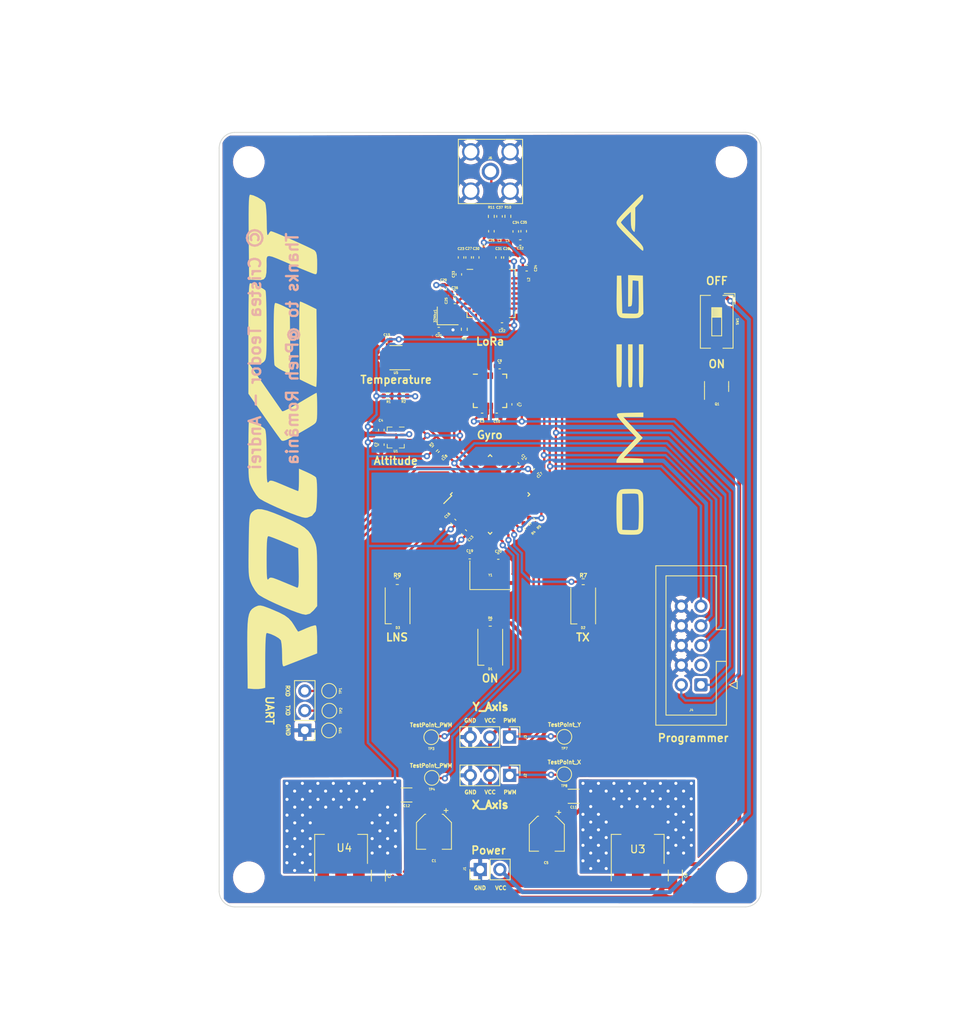
<source format=kicad_pcb>
(kicad_pcb (version 20211014) (generator pcbnew)
  (layers (0 "F.Cu" signal) (31 "B.Cu" signal) (34 "B.Paste" user) (35 "F.Paste" user) (36 "B.SilkS" user "B.Silkscreen") (37 "F.SilkS" user "F.Silkscreen") (38 "B.Mask" user) (39 "F.Mask" user) (44 "Edge.Cuts" user))
  (net 0 "")
  (net 1 "GND")
  (net 2 "/SDA")
  (net 3 "/SCL")
  (net 4 "Net-(D3-Pad2)")
  (net 5 "/ChipSelect")
  (net 6 "+5V")
  (net 7 "+3V3")
  (net 8 "/CLK")
  (net 9 "/LED_R")
  (net 10 "/LED_G")
  (net 11 "/RFI_HF")
  (net 12 "/MOSI")
  (net 13 "/MISO")
  (net 14 "/XTB")
  (net 15 "/XTA")
  (net 16 "/VR_ANA")
  (net 17 "/VR_DIG")
  (net 18 "/VR_PA")
  (net 19 "/RFO_HF")
  (net 20 "/PWM_X")
  (net 21 "/PWM_Y")
  (net 22 "/Reset")
  (net 23 "Net-(C6-Pad1)")
  (net 24 "Net-(32Mhz1-Pad1)")
  (net 25 "Net-(J1-Pad2)")
  (net 26 "Net-(C9-Pad1)")
  (net 27 "Net-(C10-Pad1)")
  (net 28 "Net-(C14-Pad2)")
  (net 29 "Net-(C19-Pad1)")
  (net 30 "Net-(C20-Pad1)")
  (net 31 "Net-(J6-Pad1)")
  (net 32 "Net-(D2-Pad2)")
  (net 33 "Net-(C26-Pad1)")
  (net 34 "Net-(C32-Pad1)")
  (net 35 "Net-(C34-Pad1)")
  (net 36 "Net-(C37-Pad1)")
  (net 39 "/TXD")
  (net 40 "/RXD")
  (net 46 "Net-(R5-Pad1)")
  (net 59 "Net-(D1-Pad2)")
  (net 60 "Net-(Q1-Pad3)")
  (net 61 "Net-(C37-Pad2)")
  (net 62 "Net-(R4-Pad1)")
  (net 63 "/PWM 1")
  (net 64 "/PWM 2")
  (footprint "Capacitor_SMD:C_0402_1005Metric" (layer "F.Cu") (at 129.17 102.63 -45)
    (fp_text reference "C14")
    (fp_text value "100nF")
  )
  (footprint "Capacitor_SMD:C_1206_3216Metric" (layer "F.Cu") (at 110.82 156.17 -90)
    (fp_text reference "C8")
    (fp_text value "10uF")
  )
  (footprint "Capacitor_SMD:C_0402_1005Metric" (layer "F.Cu") (at 123.46 76.35 -90)
    (fp_text reference "C30")
    (fp_text value "47pF")
  )
  (footprint "TestPoint:TestPoint_Pad_D1.5mm" (layer "F.Cu") (at 104.48 134.87 -90)
    (fp_text reference "TP2")
    (fp_text value "TestPoint")
  )
  (footprint "Capacitor_SMD:C_0402_1005Metric" (layer "F.Cu") (at 122.62 114.91)
    (fp_text reference "C19")
    (fp_text value "22pF")
  )
  (footprint "Capacitor_SMD:C_0402_1005Metric" (layer "F.Cu") (at 128.43 95.32 -90)
    (fp_text reference "C7")
    (fp_text value "0.1uF")
  )
  (footprint "Resistor_SMD:R_0402_1005Metric" (layer "F.Cu") (at 114.03 94.23 180)
    (fp_text reference "R2")
    (fp_text value "2.2k")
  )
  (footprint "Package_TO_SOT_SMD:SOT-223-3_TabPin2" (layer "F.Cu") (at 144.32 152.75 90)
    (fp_text reference "U3")
    (fp_text value "LM1117-5.0")
  )
  (footprint "MountingHole:MountingHole_3.5mm" (layer "F.Cu") (at 94.08 64.02)
    (fp_text reference "H4" hide)
    (fp_text value "MountingHole")
  )
  (footprint "Capacitor_SMD:C_0402_1005Metric" (layer "F.Cu") (at 129.595 72.965 -90)
    (fp_text reference "C35")
    (fp_text value "1.8pF")
  )
  (footprint "Capacitor_SMD:C_0402_1005Metric" (layer "F.Cu") (at 128.57 72.99 -90)
    (fp_text reference "C34")
    (fp_text value "1.2pF")
  )
  (footprint "TestPoint:TestPoint_Pad_D1.5mm" (layer "F.Cu") (at 104.45 132.3 -90)
    (fp_text reference "TP1")
    (fp_text value "TestPoint")
  )
  (footprint "Crystal:Crystal_SMD_5032-4Pin_5.0x3.2mm" (layer "F.Cu") (at 125.29 117.38)
    (fp_text reference "Y1")
    (fp_text value "8Mhz")
  )
  (footprint "Capacitor_SMD:C_0402_1005Metric" (layer "F.Cu") (at 126.79 85.14)
    (fp_text reference "C22")
    (fp_text value "100nF")
  )
  (footprint "TestPoint:TestPoint_Pad_D1.5mm" (layer "F.Cu") (at 117.65 138.29 180)
    (fp_text reference "TP3")
    (fp_text value "TestPoint")
  )
  (footprint "Capacitor_SMD:C_0402_1005Metric" (layer "F.Cu") (at 122.48 76.35 -90)
    (fp_text reference "C27")
    (fp_text value "47pF")
  )
  (footprint "Capacitor_SMD:C_0402_1005Metric" (layer "F.Cu") (at 111.91 87.01 180)
    (fp_text reference "C15")
    (fp_text value "0.01uF")
  )
  (footprint "Connector_PinHeader_2.54mm:PinHeader_1x02_P2.54mm_Vertical" (layer "F.Cu") (at 123.975 155.37 90)
    (fp_text reference "J1")
    (fp_text value "Conn_01x02_Male")
  )
  (footprint "Sensor_Motion:InvenSense_QFN-24_4x4mm_P0.5mm" (layer "F.Cu") (at 125.24 93.57)
    (fp_text reference "U2" hide)
    (fp_text value "MPU-6050")
  )
  (footprint "TestPoint:TestPoint_Pad_D1.5mm" (layer "F.Cu") (at 104.44 137.42)
    (fp_text reference "TP5")
    (fp_text value "TestPoint")
  )
  (footprint "Capacitor_SMD:C_0402_1005Metric" (layer "F.Cu") (at 129.15 74.43)
    (fp_text reference "C32")
    (fp_text value "4.7pF")
  )
  (footprint "AVA_Logo:AVA_Logo" (layer "F.Cu") (at 143.43 90 90)
    (fp_text reference "G***" hide)
    (fp_text value "LOGO" hide)
  )
  (footprint "Capacitor_SMD:C_0402_1005Metric" (layer "F.Cu") (at 111.2 98.63 90)
    (fp_text reference "C4")
    (fp_text value "100nF")
  )
  (footprint "MountingHole:MountingHole_3.5mm" (layer "F.Cu") (at 156.45 156.36)
    (fp_text reference "H2" hide)
    (fp_text value "MountingHole")
  )
  (footprint "Capacitor_SMD:C_0402_1005Metric" (layer "F.Cu") (at 111.2 100.52 90)
    (fp_text reference "C2")
    (fp_text value "100nF")
  )
  (footprint "Resistor_SMD:R_0402_1005Metric" (layer "F.Cu") (at 125.27 123.575)
    (fp_text reference "R6")
    (fp_text value "200R")
  )
  (footprint "Capacitor_SMD:CP_Elec_4x5.4" (layer "F.Cu") (at 132.58 150.75 -90)
    (fp_text reference "C5")
    (fp_text value "1uF")
  )
  (footprint "Resistor_SMD:R_0402_1005Metric" (layer "F.Cu") (at 130.71 110.38 -45)
    (fp_text reference "R5")
    (fp_text value "510R")
  )
  (footprint "Package_DFN_QFN:QFN-28-1EP_6x6mm_P0.65mm_EP4.8x4.8mm" (layer "F.Cu") (at 125.38 81)
    (fp_text reference "U7" hide)
    (fp_text value "SX1276")
  )
  (footprint "Connector_Coaxial:SMA_Amphenol_132203-12_Horizontal" (layer "F.Cu") (at 125.3 65.25)
    (fp_text reference "J6")
    (fp_text value "Conn_Coaxial")
  )
  (footprint "MountingHole:MountingHole_3.5mm" (layer "F.Cu") (at 156.43 64.02)
    (fp_text reference "H3" hide)
    (fp_text value "MountingHole")
  )
  (footprint "Capacitor_SMD:C_0402_1005Metric" (layer "F.Cu") (at 121.5 76.35 -90)
    (fp_text reference "C23")
    (fp_text value "10nF")
  )
  (footprint "Package_TO_SOT_SMD:SOT-223-3_TabPin2" (layer "F.Cu") (at 106 152.75 90)
    (fp_text reference "U4")
    (fp_text value "LM1117-3.3")
  )
  (footprint "Capacitor_SMD:C_0402_1005Metric" (layer "F.Cu") (at 126.11 96.81)
    (fp_text reference "C10")
    (fp_text value "0.1uF")
  )
  (footprint "Crystal:Crystal_SMD_2016-4Pin_2.0x1.6mm" (layer "F.Cu") (at 119.78 83.89)
    (fp_text reference "32Mhz1")
    (fp_text value "Crystal_GND24")
  )
  (footprint "Capacitor_SMD:C_0402_1005Metric" (layer "F.Cu") (at 120.7 81.96)
    (fp_text reference "C25")
    (fp_text value "15pF")
  )
  (footprint "Capacitor_SMD:C_0402_1005Metric" (layer "F.Cu") (at 131.18 103.95 45)
    (fp_text reference "C17")
    (fp_text value "100nF")
  )
  (footprint "Capacitor_SMD:C_1206_3216Metric" (layer "F.Cu") (at 136.04 145.92 180)
    (fp_text reference "C11")
    (fp_text value "10uF")
  )
  (footprint "Resistor_SMD:R_0402_1005Metric" (layer "F.Cu") (at 127.55 71.035 -90)
    (fp_text reference "R10")
    (fp_text value "0R")
  )
  (footprint "Capacitor_SMD:CP_Elec_4x5.4" (layer "F.Cu") (at 118 150.5 -90)
    (fp_text reference "C1")
    (fp_text value "1uF")
  )
  (footprint "Capacitor_SMD:C_0402_1005Metric" (layer "F.Cu") (at 118.87 101.71 -135)
    (fp_text reference "C18")
    (fp_text value "0.01uF")
  )
  (footprint "MountingHole:MountingHole_3.5mm" (layer "F.Cu") (at 94.08 156.37)
    (fp_text reference "H1" hide)
    (fp_text value "MountingHole")
  )
  (footprint "TestPoint:TestPoint_Pad_D1.5mm" (layer "F.Cu") (at 134.83 143.08 90)
    (fp_text reference "TP8")
    (fp_text value "TestPoint")
  )
  (footprint "Package_QFP:TQFP-32_7x7mm_P0.8mm" (layer "F.Cu") (at 125.25 106.95 45)
    (fp_text reference "U6" hide)
    (fp_text value "ATmega328P-A")
  )
  (footprint "Resistor_SMD:R_0402_1005Metric" (layer "F.Cu") (at 130.01 111.09 -45)
    (fp_text reference "R4")
    (fp_text value "510R")
  )
  (footprint "Capacitor_SMD:C_0402_1005Metric" (layer "F.Cu") (at 120.51 110.46 135)
    (fp_text reference "C16")
    (fp_text value "100nF")
  )
  (footprint "Capacitor_SMD:C_0402_1005Metric" (layer "F.Cu") (at 119.24 80.4 -90)
    (fp_text reference "C29")
    (fp_text value "100nF")
  )
  (footprint "Resistor_SMD:R_0402_1005Metric" (layer "F.Cu") (at 121.92 85.62 -90)
    (fp_text reference "R8")
    (fp_text value "0R")
  )
  (footprint "Capacitor_SMD:C_0402_1005Metric" (layer "F.Cu") (at 124.22 96.81 180)
    (fp_text reference "C3")
    (fp_text value "10nF")
  )
  (footprint "Resistor_SMD:R_0402_1005Metric" (layer "F.Cu") (at 113.26 118.2 180)
    (fp_text reference "R9")
    (fp_text value "560R")
  )
  (footprint "Inductor_SMD:L_0402_1005Metric" (layer "F.Cu") (at 124.45 76.34 90)
    (fp_text reference "L1")
    (fp_text value "33nH")
  )
  (footprint "LED_SMD:LED_PLCC-2" (layer "F.Cu") (at 113.3 121.25 90)
    (fp_text reference "D3")
    (fp_text value "R_LED")
  )
  (footprint "AVA_Logo:Logo" (layer "F.Cu") (at 98.56 100.53 90)
    (fp_text reference "G2" hide)
    (fp_text value "LOGO" hide)
  )
  (footprint "Package_TO_SOT_SMD:SOT-23" (layer "F.Cu") (at 154.51 93.01 90)
    (fp_text reference "Q1")
    (fp_text value "AO3401A")
  )
  (footprint "Connector_IDC:IDC-Header_2x05_P2.54mm_Vertical" (layer "F.Cu") (at 152.4925 131.53 180)
    (fp_text reference "J4")
    (fp_text value "Conn_02x05_Odd_Even")
  )
  (footprint "Capacitor_SMD:C_0402_1005Metric" (layer "F.Cu") (at 118.62 85.73)
    (fp_text reference "C21")
    (fp_text value "15pF")
  )
  (footprint "Capacitor_SMD:C_0402_1005Metric" (layer "F.Cu") (at 129.98 77.74 180)
    (fp_text reference "C24")
    (fp_text value "2.2pF")
  )
  (footprint "Resistor_SMD:R_0402_1005Metric" (layer "F.Cu") (at 118.13 101.01 -135)
    (fp_text reference "R3")
    (fp_text value "10k")
  )
  (footprint "Capacitor_SMD:C_0402_1005Metric" (layer "F.Cu") (at 125.42 72.965 -90)
    (fp_text reference "C26")
    (fp_text value "33pF")
  )
  (footprint "Button_Switch_SMD:SW_DIP_SPSTx01_Slide_6.7x4.1mm_W6.73mm_P2.54mm_LowProfile_JPin" (layer "F.Cu") (at 154.53 84.66 -90)
    (fp_text reference "SW1")
    (fp_text value "SW_DPST_x2")
  )
  (footprint "Package_LGA:Bosch_LGA-8_2x2.5mm_P0.65mm_ClockwisePinNumbering" (layer "F.Cu") (at 113.06 99.6 -90)
    (fp_text reference "U1")
    (fp_text value "BMP280")
  )
  (footprint "Capacitor_SMD:C_0402_1005Metric" (layer "F.Cu") (at 121.89 111.83 135)
    (fp_text reference "C13")
    (fp_text value "100nF")
  )
  (footprint "Inductor_SMD:L_0402_1005Metric" (layer "F.Cu") (at 129.54 79.19 -90)
    (fp_text reference "L2")
    (fp_text value "6.8nH")
  )
  (footprint "Connector_PinHeader_2.54mm:PinHeader_1x03_P2.54mm_Vertical" (layer "F.Cu") (at 101.31 137.395 180)
    (fp_text reference "J5" hide)
    (fp_text value "Conn_01x03_Male")
  )
  (footprint "LED_SMD:LED_PLCC-2" (layer "F.Cu") (at 137.28 121.265 90)
    (fp_text reference "D2")
    (fp_text value "G_LED")
  )
  (footprint "Capacitor_SMD:C_0402_1005Metric" (layer "F.Cu") (at 121.21 78.54 90)
    (fp_text reference "C33")
    (fp_text value "100nF")
  )
  (footprint "Capacitor_SMD:C_0402_1005Metric" (layer "F.Cu") (at 126.31 114.96 180)
    (fp_text reference "C20")
    (fp_text value "22pF")
  )
  (footprint "Capacitor_SMD:C_1206_3216Metric" (layer "F.Cu") (at 149.18 156.15 -90)
    (fp_text reference "C6")
    (fp_text value "10uF")
  )
  (footprint "Connector_PinHeader_2.54mm:PinHeader_1x03_P2.54mm_Vertical" (layer "F.Cu") (at 127.775 143.22 -90)
    (fp_text reference "J2")
    (fp_text value "X")
  )
  (footprint "TestPoint:TestPoint_Pad_D1.5mm" (layer "F.Cu") (at 134.85 138.25 90)
    (fp_text reference "TP7")
    (fp_text value "TestPoint")
  )
  (footprint "TestPoint:TestPoint_Pad_D1.5mm" (layer "F.Cu") (at 117.73 143.54)
    (fp_text reference "TP4")
    (fp_text value "TestPoint")
  )
  (footprint "Inductor_SMD:L_0402_1005Metric" (layer "F.Cu") (at 126.47 72.965 -90)
    (fp_text reference "L3")
    (fp_text value "10nH")
  )
  (footprint "Inductor_SMD:L_0402_1005Metric" (layer "F.Cu") (at 127.53 72.98 90)
    (fp_text reference "L4")
    (fp_text value "6.2nH")
  )
  (footprint "Capacitor_SMD:C_0402_1005Metric" (layer "F.Cu") (at 120.69 80.94 180)
    (fp_text reference "C36")
    (fp_text value "100nF")
  )
  (footprint "Capacitor_SMD:C_0402_1005Metric" (layer "F.Cu") (at 126.36 76.36 -90)
    (fp_text reference "C31")
    (fp_text value "100nF")
  )
  (footprint "LED_SMD:LED_PLCC-2" (layer "F.Cu") (at 125.27 126.6 90)
    (fp_text reference "D1")
    (fp_text value "W_LED")
  )
  (footprint "Capacitor_SMD:C_0402_1005Metric" (layer "F.Cu") (at 126.47 71.045 -90)
    (fp_text reference "C37")
    (fp_text value "47pF")
  )
  (footprint "Resistor_SMD:R_0402_1005Metric" (layer "F.Cu") (at 112.01 94.23 180)
    (fp_text reference "R1")
    (fp_text value "2.2k")
  )
  (footprint "Connector_PinHeader_2.54mm:PinHeader_1x03_P2.54mm_Vertical" (layer "F.Cu") (at 127.765 138.27 -90)
    (fp_text reference "J3")
    (fp_text value "Y")
  )
  (footprint "Resistor_SMD:R_0402_1005Metric" (layer "F.Cu") (at 125.41 71.045 -90)
    (fp_text reference "R11")
    (fp_text value "0R")
  )
  (footprint "Resistor_SMD:R_0402_1005Metric" (layer "F.Cu") (at 137.28 118.22)
    (fp_text reference "R7")
    (fp_text value "100R")
  )
  (footprint "Package_TO_SOT_SMD:SOT-23-6" (layer "F.Cu") (at 113.09 89.29 180)
    (fp_text reference "U5")
    (fp_text value "TMP100")
  )
  (footprint "Capacitor_SMD:C_0402_1005Metric" (layer "F.Cu") (at 127.37 76.36 -90)
    (fp_text reference "C28")
    (fp_text value "47pF")
  )
  (footprint "Capacitor_SMD:C_0402_1005Metric" (layer "F.Cu") (at 126.49 90.37)
    (fp_text reference "C9")
    (fp_text value "2.2nF")
  )
  (footprint "Capacitor_SMD:C_1206_3216Metric" (layer "F.Cu") (at 114.46 145.75)
    (fp_text reference "C12")
    (fp_text value "10uF")
  )
  (gr_line (start 90.25 62.220094) (end 90.25087 158.189124) (layer "Edge.Cuts") (width 0.1))
  (gr_arc (start 160.25 158.2) (mid 159.646738 159.606716) (end 158.235786 160.2) (layer "Edge.Cuts") (width 0.1))
  (gr_arc (start 90.25 62.220094) (mid 90.833483 60.816836) (end 92.225 60.20588) (layer "Edge.Cuts") (width 0.1))
  (gr_arc (start 92.265084 160.2) (mid 90.84937 159.603847) (end 90.25087 158.189124) (layer "Edge.Cuts") (width 0.1))
  (gr_line (start 158.264081 60.200912) (end 92.225 60.20588) (layer "Edge.Cuts") (width 0.1))
  (gr_arc (start 158.264081 60.200912) (mid 159.67216 60.805664) (end 160.25 62.225) (layer "Edge.Cuts") (width 0.1))
  (gr_line (start 92.265084 160.2) (end 158.235786 160.2) (layer "Edge.Cuts") (width 0.1))
  (gr_line (start 160.25 158.2) (end 160.25 62.225) (layer "Edge.Cuts") (width 0.1))
  (gr_text "© Cristea Teodor - Andrei\n\nThanks to @Preh România" (at 97.29 88.15 90) (layer "B.SilkS") (effects (font (size 1.5 1.5) (thickness 0.3)) (justify mirror)))
  (gr_text "GND\n" (at 123.94 157.76) (layer "F.SilkS") (effects (font (size 0.5 0.5) (thickness 0.125))))
  (gr_text "VCC\n" (at 125.25 145.39) (layer "F.SilkS") (effects (font (size 0.5 0.5) (thickness 0.125))))
  (gr_text "LNS" (at 113.22 125.39) (layer "F.SilkS") (effects (font (size 1 1) (thickness 0.2))))
  (gr_text "TX\n" (at 137.24 125.4) (layer "F.SilkS") (effects (font (size 1 1) (thickness 0.2))))
  (gr_text "Programmer\n" (at 151.49 138.39) (layer "F.SilkS") (effects (font (size 1 1) (thickness 0.2))))
  (gr_text "ON\n" (at 125.25 130.69) (layer "F.SilkS") (effects (font (size 1 1) (thickness 0.2))))
  (gr_text "X_Axis" (at 125.26 147.02) (layer "F.SilkS") (effects (font (size 1 1) (thickness 0.25))))
  (gr_text "Gyro\n" (at 125.21 99.27) (layer "F.SilkS") (effects (font (size 1 1) (thickness 0.2))))
  (gr_text "UART\n" (at 96.76 134.83 270) (layer "F.SilkS") (effects (font (size 1 1) (thickness 0.2))))
  (gr_text "LoRa\n" (at 125.26 87.21) (layer "F.SilkS") (effects (font (size 1 1) (thickness 0.2))))
  (gr_text "PWM\n" (at 127.79 136.14) (layer "F.SilkS") (effects (font (size 0.5 0.5) (thickness 0.125))))
  (gr_text "PWM\n" (at 127.83 145.4) (layer "F.SilkS") (effects (font (size 0.5 0.5) (thickness 0.125))))
  (gr_text "Altitude\n" (at 113.07 102.6) (layer "F.SilkS") (effects (font (size 1 1) (thickness 0.2))))
  (gr_text "Power\n" (at 125.05 152.9) (layer "F.SilkS") (effects (font (size 1 1) (thickness 0.2))))
  (gr_text "VCC\n" (at 125.26 136.14) (layer "F.SilkS") (effects (font (size 0.5 0.5) (thickness 0.125))))
  (gr_text "ON\n" (at 154.54 90.11) (layer "F.SilkS") (effects (font (size 1 1) (thickness 0.2))))
  (gr_text "Y_Axis\n" (at 125.3 134.37) (layer "F.SilkS") (effects (font (size 1 1) (thickness 0.25))))
  (gr_text "VCC\n" (at 126.63 157.76) (layer "F.SilkS") (effects (font (size 0.5 0.5) (thickness 0.125))))
  (gr_text "TestPoint_X\n\n\n" (at 134.84 142.32) (layer "F.SilkS") (effects (font (size 0.5 0.5) (thickness 0.125))))
  (gr_text "TestPoint_PWM\n\n\n\n" (at 117.62 143.17) (layer "F.SilkS") (effects (font (size 0.5 0.5) (thickness 0.125))))
  (gr_text "TestPoint_Y\n\n" (at 134.86 137.08) (layer "F.SilkS") (effects (font (size 0.5 0.5) (thickness 0.125))))
  (gr_text "GND\n" (at 99.15 137.35 270) (layer "F.SilkS") (effects (font (size 0.5 0.5) (thickness 0.125))))
  (gr_text "OFF" (at 154.55 79.38) (layer "F.SilkS") (effects (font (size 1 1) (thickness 0.2))))
  (gr_text "TXD\n" (at 99.12 134.84 270) (layer "F.SilkS") (effects (font (size 0.5 0.5) (thickness 0.125))))
  (gr_text "GND\n" (at 122.72 145.4) (layer "F.SilkS") (effects (font (size 0.5 0.5) (thickness 0.125))))
  (gr_text "GND\n" (at 122.68 136.15) (layer "F.SilkS") (effects (font (size 0.5 0.5) (thickness 0.125))))
  (gr_text "Temperature\n\n" (at 113.11 92.94) (layer "F.SilkS") (effects (font (size 1 1) (thickness 0.2))))
  (gr_text "RXD\n" (at 99.1 132.32 270) (layer "F.SilkS") (effects (font (size 0.5 0.5) (thickness 0.125))))
  (gr_text "TestPoint_PWM\n" (at 117.63 136.72) (layer "F.SilkS") (effects (font (size 0.5 0.5) (thickness 0.125))))
  (segment (start 120.27 112.71) (end 121.539411 111.440589) (width 0.25) (layer "F.Cu") (net 1))
  (segment (start 111.840489 99.275) (end 111.685489 99.12) (width 0.25) (layer "F.Cu") (net 1))
  (segment (start 128.830589 102.803725) (end 127.972361 103.661953) (width 0.3) (layer "F.Cu") (net 1))
  (segment (start 124.99 95.52) (end 124.99 96.52) (width 0.25) (layer "F.Cu") (net 1))
  (segment (start 112.26 100.575) (end 111.625 100.575) (width 0.25) (layer "F.Cu") (net 1))
  (segment (start 126.68 79.7) (end 125.38 81) (width 0.3) (layer "F.Cu") (net 1))
  (segment (start 125.99 96.20307) (end 126.59 96.80307) (width 0.25) (layer "F.Cu") (net 1))
  (segment (start 124.73 80.35) (end 125.38 81) (width 0.3) (layer "F.Cu") (net 1))
  (segment (start 128.830589 102.290589) (end 128.830589 102.803725) (width 0.3) (layer "F.Cu") (net 1))
  (segment (start 126.59 96.80307) (end 126.59 96.81) (width 0.25) (layer "F.Cu") (net 1))
  (segment (start 111.685489 99.12) (end 111.21 99.12) (width 0.25) (layer "F.Cu") (net 1))
  (segment (start 111.625 100.575) (end 111.2 101) (width 0.25) (layer "F.Cu") (net 1))
  (segment (start 124.73 78.0125) (end 124.73 80.35) (width 0.3) (layer "F.Cu") (net 1))
  (segment (start 128.3675 82.95) (end 127.33 82.95) (width 0.25) (layer "F.Cu") (net 1))
  (segment (start 120.26 112.71) (end 120.27 112.71) (width 0.25) (layer "F.Cu") (net 1))
  (segment (start 111.21 99.12) (end 111.2 99.11) (width 0.25) (layer "F.Cu") (net 1))
  (segment (start 124.99 96.52) (end 124.7 96.81) (width 0.25) (layer "F.Cu") (net 1))
  (segment (start 118.87 111.42) (end 120.189411 110.100589) (width 0.25) (layer "F.Cu") (net 1))
  (segment (start 127.33 82.95) (end 125.38 81) (width 0.25) (layer "F.Cu") (net 1))
  (segment (start 121.539411 111.440589) (end 121.540589 111.440589) (width 0.25) (layer "F.Cu") (net 1))
  (segment (start 125.99 95.52) (end 125.99 96.20307) (width 0.25) (layer "F.Cu") (net 1))
  (segment (start 126.68 78.0125) (end 126.68 79.7) (width 0.3) (layer "F.Cu") (net 1))
  (segment (start 112.26 99.275) (end 111.840489 99.275) (width 0.25) (layer "F.Cu") (net 1))
  (segment (start 120.189411 110.100589) (end 120.190589 110.100589) (width 0.25) (layer "F.Cu") (net 1))
  (segment (start 118.87 111.43) (end 118.87 111.42) (width 0.25) (layer "F.Cu") (net 1))
  (via (at 120.26 112.71) (size 0.8) (drill 0.4) (layers "F.Cu" "B.Cu") (net 1))
  (via (at 118.87 111.43) (size 0.8) (drill 0.4) (layers "F.Cu" "B.Cu") (net 1))
  (via (at 120.46 85.7) (size 0.8) (drill 0.4) (layers "F.Cu" "B.Cu") (net 1))
  (segment (start 123.78952 90.84952) (end 121.986908 90.84952) (width 0.3) (layer "F.Cu") (net 2))
  (segment (start 123.99 91.05) (end 123.78952 90.84952) (width 0.3) (layer "F.Cu") (net 2))
  (segment (start 112.58 90.55) (end 112.58 94.78) (width 0.3) (layer "F.Cu") (net 2))
  (segment (start 121.986908 90.84952) (end 121.3595 91.476928) (width 0.3) (layer "F.Cu") (net 2))
  (segment (start 123.99 91.62) (end 123.99 91.05) (width 0.3) (layer "F.Cu") (net 2))
  (segment (start 111.9525 90.24) (end 112.27 90.24) (width 0.3) (layer "F.Cu") (net 2))
  (segment (start 121.3595 91.476928) (end 121.3595 101.362444) (width 0.3) (layer "F.Cu") (net 2))
  (segment (start 112.27 90.24) (end 112.58 90.55) (width 0.3) (layer "F.Cu") (net 2))
  (segment (start 121.3595 101.362444) (end 123.093324 103.096268) (width 0.3) (layer "F.Cu") (net 2))
  (segment (start 116.555 99.925) (end 117.14 99.34) (width 0.3) (layer "F.Cu") (net 2))
  (segment (start 113.86 99.925) (end 116.555 99.925) (width 0.3) (layer "F.Cu") (net 2))
  (segment (start 112.58 94.78) (end 117.14 99.34) (width 0.3) (layer "F.Cu") (net 2))
  (via (at 121.3595 99.35) (size 0.8) (drill 0.4) (layers "F.Cu" "B.Cu") (net 2))
  (via (at 117.14 99.34) (size 0.8) (drill 0.4) (layers "F.Cu" "B.Cu") (net 2))
  (segment (start 121.3495 99.34) (end 117.14 99.34) (width 0.3) (layer "B.Cu") (net 2))
  (segment (start 121.3595 99.35) (end 121.3495 99.34) (width 0.3) (layer "B.Cu") (net 2))
  (segment (start 121.779999 90.350001) (end 123.996429 90.350001) (width 0.3) (layer "F.Cu") (net 3))
  (segment (start 120.61 100.54) (end 120.61 91.52) (width 0.3) (layer "F.Cu") (net 3))
  (segment (start 124.49 90.843572) (end 124.49 91.62) (width 0.3) (layer "F.Cu") (net 3))
  (segment (start 120 101.14) (end 120.01 101.14) (width 0.3) (layer "F.Cu") (net 3))
  (segment (start 120.01 101.14) (end 120.61 100.54) (width 0.3) (layer "F.Cu") (net 3))
  (segment (start 114.2275 90.24) (end 113.8 90.24) (width 0.3) (layer "F.Cu") (net 3))
  (segment (start 117.185 100.575) (end 118.31 99.45) (width 0.3) (layer "F.Cu") (net 3))
  (segment (start 113.8 90.24) (end 113.53 90.51) (width 0.3) (layer "F.Cu") (net 3))
  (segment (start 123.996429 90.350001) (end 124.49 90.843572) (width 0.3) (layer "F.Cu") (net 3))
  (segment (start 113.86 100.575) (end 117.185 100.575) (width 0.3) (layer "F.Cu") (net 3))
  (segment (start 118.262843 99.392843) (end 118.262843 99.397157) (width 0.3) (layer "F.Cu") (net 3))
  (segment (start 118.262843 99.397157) (end 122.527639 103.661953) (width 0.3) (layer "F.Cu") (net 3))
  (segment (start 113.53 94.66) (end 118.262843 99.392843) (width 0.3) (layer "F.Cu") (net 3))
  (segment (start 113.53 90.51) (end 113.53 94.66) (width 0.3) (layer "F.Cu") (net 3))
  (segment (start 120.61 91.52) (end 121.779999 90.350001) (width 0.3) (layer "F.Cu") (net 3))
  (segment (start 112.75 119.2) (end 113.3 119.75) (width 0.5) (layer "F.Cu") (net 4))
  (segment (start 112.75 118.2) (end 112.75 119.2) (width 0.3) (layer "F.Cu") (net 4))
  (segment (start 129.069815 111.450185) (end 129.069815 111.319815) (width 0.3) (layer "F.Cu") (net 5))
  (segment (start 131.88 110) (end 131.88 106.78) (width 0.3) (layer "F.Cu") (net 5))
  (segment (start 134.55 104.11) (end 134.55 84.76) (width 0.3) (layer "F.Cu") (net 5))
  (segment (start 130.14 80.35) (end 128.3675 80.35) (width 0.3) (layer "F.Cu") (net 5))
  (segment (start 131.88 106.78) (end 134.55 104.11) (width 0.3) (layer "F.Cu") (net 5))
  (segment (start 127.988047 110.238047) (end 127.972361 110.238047) (width 0.3) (layer "F.Cu") (net 5))
  (segment (start 129.069815 111.319815) (end 127.988047 110.238047) (width 0.3) (layer "F.Cu") (net 5))
  (segment (start 134.55 84.76) (end 130.14 80.35) (width 0.3) (layer "F.Cu") (net 5))
  (via (at 131.88 110) (size 0.8) (drill 0.4) (layers "F.Cu" "B.Cu") (net 5))
  (via (at 129.069815 111.450185) (size 0.8) (drill 0.4) (layers "F.Cu" "B.Cu") (net 5))
  (segment (start 130.52 110) (end 131.88 110) (width 0.3) (layer "B.Cu") (net 5))
  (segment (start 129.069815 111.450185) (end 130.52 110) (width 0.3) (layer "B.Cu") (net 5))
  (segment (start 130.15 133.345) (end 125.215 138.28) (width 0.5) (layer "F.Cu") (net 6))
  (segment (start 137.515 146.985) (end 135.75 148.75) (width 0.5) (layer "F.Cu") (net 6))
  (segment (start 137.515 145.99) (end 137.515 146.985) (width 0.5) (layer "F.Cu") (net 6))
  (segment (start 125.25 138.295) (end 125.225 138.27) (width 0.5) (layer "F.Cu") (net 6))
  (segment (start 144.32 149.6) (end 143.41 149.6) (width 0.5) (layer "F.Cu") (net 6))
  (segment (start 127.935 123.575) (end 130.15 125.79) (width 0.5) (layer "F.Cu") (net 6))
  (segment (start 125.235 148.75) (end 125.235 148.355) (width 0.4) (layer "F.Cu") (net 6))
  (segment (start 125.25 143.22) (end 125.25 138.295) (width 0.5) (layer "F.Cu") (net 6))
  (segment (start 125.235 148.355) (end 125.225 148.345) (width 0.4) (layer "F.Cu") (net 6))
  (segment (start 143.41 149.6) (end 139.8 145.99) (width 0.5) (layer "F.Cu") (net 6))
  (segment (start 135.75 148.75) (end 118.31 148.75) (width 0.5) (layer "F.Cu") (net 6))
  (segment (start 139.8 145.99) (end 137.515 145.99) (width 0.5) (layer "F.Cu") (net 6))
  (segment (start 118.31 148.75) (end 118 148.44) (width 0.5) (layer "F.Cu") (net 6))
  (segment (start 125.78 123.575) (end 127.935 123.575) (width 0.5) (layer "F.Cu") (net 6))
  (segment (start 130.15 125.79) (end 130.15 133.345) (width 0.5) (layer "F.Cu") (net 6))
  (segment (start 125.235 143.22) (end 125.235 148.75) (width 0.5) (layer "F.Cu") (net 6))
  (via (at 151.235272 146.248252) (size 0.8) (drill 0.4) (layers "F.Cu" "B.Cu") (net 6))
  (via (at 142.25 145.25) (size 0.8) (drill 0.4) (layers "F.Cu" "B.Cu") (net 6))
  (via (at 141.235272 146.248252) (size 0.8) (drill 0.4) (layers "F.Cu" "B.Cu") (net 6))
  (via (at 140.25 149.25) (size 0.8) (drill 0.4) (layers "F.Cu" "B.Cu") (net 6))
  (via (at 148.25 149.25) (size 0.8) (drill 0.4) (layers "F.Cu" "B.Cu") (net 6))
  (via (at 151.25 152.25) (size 0.8) (drill 0.4) (layers "F.Cu" "B.Cu") (net 6))
  (via (at 139.25 152.25) (size 0.8) (drill 0.4) (layers "F.Cu" "B.Cu") (net 6))
  (via (at 145.235272 146.248252) (size 0.8) (drill 0.4) (layers "F.Cu" "B.Cu") (net 6))
  (via (at 150.25 149.25) (size 0.8) (drill 0.4) (layers "F.Cu" "B.Cu") (net 6))
  (via (at 137.25 154.25) (size 0.8) (drill 0.4) (layers "F.Cu" "B.Cu") (net 6))
  (via (at 148.25 145.25) (size 0.8) (drill 0.4) (layers "F.Cu" "B.Cu") (net 6))
  (via (at 137.25 144.25) (size 0.8) (drill 0.4) (layers "F.Cu" "B.Cu") (net 6))
  (via (at 139.25 150.25) (size 0.8) (drill 0.4) (layers "F.Cu" "B.Cu") (net 6))
  (via (at 146.25 147.25) (size 0.8) (drill 0.4) (layers "F.Cu" "B.Cu") (net 6))
  (via (at 144.25 145.25) (size 0.8) (drill 0.4) (layers "F.Cu" "B.Cu") (net 6))
  (via (at 137.25 152.25) (size 0.8) (drill 0.4) (layers "F.Cu" "B.Cu") (net 6))
  (via (at 149.235272 146.248252) (size 0.8) (drill 0.4) (layers "F.Cu" "B.Cu") (net 6))
  (via (at 145.25 144.25) (size 0.8) (drill 0.4) (layers "F.Cu" "B.Cu") (net 6))
  (via (at 151.25 144.25) (size 0.8) (drill 0.4) (layers "F.Cu" "B.Cu") (net 6))
  (via (at 148.25 153.25) (size 0.8) (drill 0.4) (layers "F.Cu" "B.Cu") (net 6))
  (via (at 137.25 150.25) (size 0.8) (drill 0.4) (layers "F.Cu" "B.Cu") (net 6))
  (via (at 150.25 153.25) (size 0.8) (drill 0.4) (layers "F.Cu" "B.Cu") (net 6))
  (via (at 149.25 148.25) (size 0.8) (drill 0.4) (layers "F.Cu" "B.Cu") (net 6))
  (via (at 138.25 153.25) (size 0.8) (drill 0.4) (layers "F.Cu" "B.Cu") (net 6))
  (via (at 140.25 155.25) (size 0.8) (drill 0.4) (layers "F.Cu" "B.Cu") (net 6))
  (via (at 144.25 147.25) (size 0.8) (drill 0.4) (layers "F.Cu" "B.Cu") (net 6))
  (via (at 150.25 151.25) (size 0.8) (drill 0.4) (layers "F.Cu" "B.Cu") (net 6))
  (via (at 140.25 151.25) (size 0.8) (drill 0.4) (layers "F.Cu" "B.Cu") (net 6))
  (via (at 151.25 150.25) (size 0.8) (drill 0.4) (layers "F.Cu" "B.Cu") (net 6))
  (via (at 141.25 144.25) (size 0.8) (drill 0.4) (layers "F.Cu" "B.Cu") (net 6))
  (via (at 151.25 148.25) (size 0.8) (drill 0.4) (layers "F.Cu" "B.Cu") (net 6))
  (via (at 150.25 147.25) (size 0.8) (drill 0.4) (layers "F.Cu" "B.Cu") (net 6))
  (via (at 143.25 144.25) (size 0.8) (drill 0.4) (layers "F.Cu" "B.Cu") (net 6))
  (via (at 147.235272 146.248252) (size 0.8) (drill 0.4) (layers "F.Cu" "B.Cu") (net 6))
  (via (at 148.25 147.25) (size 0.8) (drill 0.4) (layers "F.Cu" "B.Cu") (net 6))
  (via (at 148.25 151.25) (size 0.8) (drill 0.4) (layers "F.Cu" "B.Cu") (net 6))
  (via (at 138.25 151.25) (size 0.8) (drill 0.4) (layers "F.Cu" "B.Cu") (net 6))
  (via (at 138.25 149.25) (size 0.8) (drill 0.4) (layers "F.Cu" "B.Cu") (net 6))
  (via (at 140.25 153.25) (size 0.8) (drill 0.4) (layers "F.Cu" "B.Cu") (net 6))
  (via (at 142.25 147.25) (size 0.8) (drill 0.4) (layers "F.Cu" "B.Cu") (net 6))
  (via (at 137.25 148.25) (size 0.8) (drill 0.4) (layers "F.Cu" "B.Cu") (net 6))
  (via (at 143.235272 146.248252) (size 0.8) (drill 0.4) (layers "F.Cu" "B.Cu") (net 6))
  (via (at 138.25 147.25) (size 0.8) (drill 0.4) (layers "F.Cu" "B.Cu") (net 6))
  (via (at 139.25 154.25) (size 0.8) (drill 0.4) (layers "F.Cu" "B.Cu") (net 6))
  (via (at 149.25 152.25) (size 0.8) (drill 0.4) (layers "F.Cu" "B.Cu") (net 6))
  (via (at 149.25 150.25) (size 0.8) (drill 0.4) (layers "F.Cu" "B.Cu") (net 6))
  (via (at 139.25 148.25) (size 0.8) (drill 0.4) (layers "F.Cu" "B.Cu") (net 6))
  (via (at 139.25 144.25) (size 0.8) (drill 0.4) (layers "F.Cu" "B.Cu") (net 6))
  (via (at 150.25 145.25) (size 0.8) (drill 0.4) (layers "F.Cu" "B.Cu") (net 6))
  (via (at 149.25 144.25) (size 0.8) (drill 0.4) (layers "F.Cu" "B.Cu") (net 6))
  (via (at 147.25 144.25) (size 0.8) (drill 0.4) (layers "F.Cu" "B.Cu") (net 6))
  (via (at 146.25 145.25) (size 0.8) (drill 0.4) (layers "F.Cu" "B.Cu") (net 6))
  (via (at 138.25 145.25) (size 0.8) (drill 0.4) (layers "F.Cu" "B.Cu") (net 6))
  (via (at 140.25 145.25) (size 0.8) (drill 0.4) (layers "F.Cu" "B.Cu") (net 6))
  (via (at 138.25 155.25) (size 0.8) (drill 0.4) (layers "F.Cu" "B.Cu") (net 6))
  (segment (start 113.46 86.92) (end 112.48 86.92) (width 0.3) (layer "F.Cu") (net 7))
  (segment (start 126.36 76.84) (end 126.03 77.17) (width 0.3) (layer "F.Cu") (net 7))
  (segment (start 111.805 99.925) (end 112.26 99.925) (width 0.3) (layer "F.Cu") (net 7))
  (segment (start 129.77099 105.35901) (end 130.840589 104.289411) (width 0.3) (layer "F.Cu") (net 7))
  (segment (start 120.889411 110.839411) (end 120.889411 110.744903) (width 0.3) (layer "F.Cu") (net 7))
  (segment (start 123.73 96.81) (end 123.73 96.79) (width 0.25) (layer "F.Cu") (net 7))
  (segment (start 109.46 100.22) (end 109.64 100.04) (width 0.3) (layer "F.Cu") (net 7))
  (segment (start 127.19048 94.81952) (end 127.19 94.82) (width 0.3) (layer "F.Cu") (net 7))
  (segment (start 120.42 111.23) (end 120.869411 110.780589) (width 0.3) (layer "F.Cu") (net 7))
  (segment (start 111.2 100.04) (end 111.69 100.04) (width 0.3) (layer "F.Cu") (net 7))
  (segment (start 128.36 85.11) (end 127.36 85.11) (width 0.3) (layer "F.Cu") (net 7))
  (segment (start 111.94 87.502285) (end 111.94 88.3275) (width 0.3) (layer "F.Cu") (net 7))
  (segment (start 117.13 102.01) (end 117.769376 101.370624) (width 0.3) (layer "F.Cu") (net 7))
  (segment (start 114.56 94.25) (end 114.54 94.23) (width 0.3) (layer "F.Cu") (net 7))
  (segment (start 112.985 144.105) (end 112.985 145.75) (width 0.3) (layer "F.Cu") (net 7))
  (segment (start 127.33 83.9875) (end 127.33 85.08) (width 0.3) (layer "F.Cu") (net 7))
  (segment (start 121.78 80.35) (end 121.35 79.92) (width 0.3) (layer "F.Cu") (net 7))
  (segment (start 130.146892 103.650445) (end 130.201623 103.650445) (width 0.3) (layer "F.Cu") (net 7))
  (segment (start 122.229411 111.667645) (end 123.093324 110.803732) (width 0.3) (layer "F.Cu") (net 7))
  (segment (start 109.47 98.21) (end 111.14 98.21) (width 0.3) (layer "F.Cu") (net 7))
  (segment (start 110.76 145.75) (end 106.91 149.6) (width 0.3) (layer "F.Cu") (net 7))
  (segment (start 113.865 99.27) (end 113.86 99.275) (width 0.3) (layer "F.Cu") (net 7))
  (segment (start 127.33 85.08) (end 127.27 85.14) (width 0.3) (layer "F.Cu") (net 7))
  (segment (start 112.39 87.052285) (end 111.94 87.502285) (width 0.3) (layer "F.Cu") (net 7))
  (segment (start 113.27 145.75) (end 110.76 145.75) (width 0.3) (layer "F.Cu") (net 7))
  (segment (start 112.97 144.09) (end 112.985 144.105) (width 0.3) (layer "F.Cu") (net 7))
  (segment (start 121.35 79.92) (end 119.24 79.92) (width 0.3) (layer "F.Cu") (net 7))
  (segment (start 128.43952 94.81952) (end 127.19048 94.81952) (width 0.3) (layer "F.Cu") (net 7))
  (segment (start 123.842285 96.697715) (end 123.16 97.38) (width 0.3) (layer "F.Cu") (net 7))
  (segment (start 127.36 85.11) (end 127.33 85.08) (width 0.3) (layer "F.Cu") (net 7))
  (segment (start 111.48 94.25) (end 111.5 94.23) (width 0.3) (layer "F.Cu") (net 7))
  (segment (start 111.94 88.3275) (end 111.9525 88.34) (width 0.3) (layer "F.Cu") (net 7))
  (segment (start 115.54 94.25) (end 114.56 94.25) (width 0.3) (layer "F.Cu") (net 7))
  (segment (start 120.39 111.23) (end 120.42 111.23) (width 0.3) (layer "F.Cu") (net 7))
  (segment (start 121.548822 112.79) (end 122.229411 112.109411) (width 0.3) (layer "F.Cu") (net 7))
  (segment (start 128.32 76.84) (end 126.36 76.84) (width 0.3) (layer "F.Cu") (net 7))
  (segment (start 130.201623 103.650445) (end 130.840589 104.289411) (width 0.3) (layer "F.Cu") (net 7))
  (segment (start 111.14 98.21) (end 111.2 98.15) (width 0.3) (layer "F.Cu") (net 7))
  (segment (start 118.3 79.92) (end 119.24 79.92) (width 0.3) (layer "F.Cu") (net 7))
  (segment (start 120.889411 110.744903) (end 121.961953 109.672361) (width 0.3) (layer "F.Cu") (net 7))
  (segment (start 114.8 99.1755) (end 114.7055 99.27) (width 0.3) (layer "F.Cu") (net 7))
  (segment (start 128.57 94.81) (end 128.51 94.81) (width 0.3) (layer "F.Cu") (net 7))
  (segment (start 129.35 95.59) (end 128.57 94.81) (width 0.3) (layer "F.Cu") (net 7))
  (segment (start 122.229411 112.109411) (end 122.229411 111.667645) (width 0.3) (layer "F.Cu") (net 7))
  (segment (start 122.3925 80.35) (end 121.78 80.35) (width 0.3) (layer "F.Cu") (net 7))
  (segment (start 110.56 94.25) (end 111.48 94.25) (width 0.3) (layer "F.Cu") (net 7))
  (segment (start 106.91 149.6) (end 106 149.6) (width 0.3) (layer "F.Cu") (net 7))
  (segment (start 124.49 96.03) (end 124.49 95.52) (width 0.25) (layer "F.Cu") (net 7))
  (segment (start 120.17 111.45) (end 120.39 111.23) (width 0.3) (layer "F.Cu") (net 7))
  (segment (start 128.34 76.86) (end 128.32 76.84) (width 0.3) (layer "F.Cu") (net 7))
  (segment (start 111.785 98.15) (end 111.23 98.15) (width 0.3) (layer "F.Cu") (net 7))
  (segment (start 112.26 98.625) (end 111.785 98.15) (width 0.3) (layer "F.Cu") (net 7))
  (segment (start 123.73 96.79) (end 124.49 96.03) (width 0.25) (layer "F.Cu") (net 7))
  (segment (start 128.44 94.82) (end 128.43952 94.81952) (width 0.3) (layer "F.Cu") (net 7))
  (segment (start 112.39 87.01) (end 112.39 87.052285) (width 0.3) (layer "F.Cu") (net 7))
  (segment (start 129.35 97.52) (end 129.35 95.59) (width 0.3) (layer "F.Cu") (net 7))
  (segment (start 109.64 100.04) (end 111.2 100.04) (width 0.3) (layer "F.Cu") (net 7))
  (segment (start 117.09 102.01) (end 117.13 102.01) (width 0.3) (layer "F.Cu") (net 7))
  (segment (start 120.869411 110.780589) (end 120.869411 110.779411) (width 0.3) (layer "F.Cu") (net 7))
  (segment (start 126.03 77.17) (end 126.03 78.0125) (width 0.3) (layer "F.Cu") (net 7))
  (segment (start 123.16 97.38) (end 123.16 97.52) (width 0.3) (layer "F.Cu") (net 7))
  (segment (start 121.53 112.79) (end 121.548822 112.79) (width 0.3) (layer "F.Cu") (net 7))
  (segment (start 115.57 94.28) (end 115.54 94.25) (width 0.3) (layer "F.Cu") (net 7))
  (segment (start 114.7055 99.27) (end 113.865 99.27) (width 0.3) (layer "F.Cu") (net 7))
  (segment (start 111.69 100.04) (end 111.805 99.925) (width 0.3) (layer "F.Cu") (net 7))
  (segment (start 112.48 86.92) (end 112.39 87.01) (width 0.3) (layer "F.Cu") (net 7))
  (segment (start 129.669417 105.35901) (end 129.77099 105.35901) (width 0.3) (layer "F.Cu") (net 7))
  (via (at 120.17 111.45) (size 0.8) (drill 0.4) (layers "F.Cu" "B.Cu") (net 7))
  (via (at 117.09 102.01) (size 0.8) (drill 0.4) (layers "F.Cu" "B.Cu") (net 7))
  (via (at 111 144.25) (size 0.8) (drill 0.4) (layers "F.Cu" "B.Cu") (net 7))
  (via (at 113.03 148.336) (size 0.8) (drill 0.4) (layers "F.Cu" "B.Cu") (net 7))
  (via (at 107.014 146.32) (size 0.8) (drill 0.4) (layers "F.Cu" "B.Cu") (net 7))
  (via (at 100.014 149.352) (size 0.8) (drill 0.4) (layers "F.Cu" "B.Cu") (net 7))
  (via (at 105.014 146.32) (size 0.8) (drill 0.4) (layers "F.Cu" "B.Cu") (net 7))
  (via (at 113.03 150.368) (size 0.8) (drill 0.4) (layers "F.Cu" "B.Cu") (net 7))
  (via (at 101.014 152.416) (size 0.8) (drill 0.4) (layers "F.Cu" "B.Cu") (net 7))
  (via (at 121.53 112.79) (size 0.8) (drill 0.4) (layers "F.Cu" "B.Cu") (net 7))
  (via (at 112.014 153.25) (size 0.8) (drill 0.4) (layers "F.Cu" "B.Cu") (net 7))
  (via (at 107 144.25) (size 0.8) (drill 0.4) (layers "F.Cu" "B.Cu") (net 7))
  (via (at 112.014 151.384) (size 0.8) (drill 0.4) (layers "F.Cu" "B.Cu") (net 7))
  (via (at 102.014 153.416) (size 0.8) (drill 0.4) (layers "F.Cu" "B.Cu") (net 7))
  (via (at 109.47 98.21) (size 0.8) (drill 0.4) (layers "F.Cu" "B.Cu") (net 7))
  (via (at 112.97 144.09) (size 0.8) (drill 0.4) (layers "F.Cu" "B.Cu") (net 7))
  (via (at 110.014 149.352) (size 0.8) (drill 0.4) (layers "F.Cu" "B.Cu") (net 7))
  (via (at 123.16 97.52) (size 0.8) (drill 0.4) (layers "F.Cu" "B.Cu") (net 7))
  (via (at 106 145.25) (size 0.8) (drill 0.4) (layers "F.Cu" "B.Cu") (net 7))
  (via (at 110.56 94.25) (size 0.8) (drill 0.4) (layers "F.Cu" "B.Cu") (net 7))
  (via (at 101.014 150.384) (size 0.8) (drill 0.4) (layers "F.Cu" "B.Cu") (net 7))
  (via (at 111.014 152.416) (size 0.8) (drill 0.4) (layers "F.Cu" "B.Cu") (net 7))
  (via (at 99.014 152.416) (size 0.8) (drill 0.4) (layers "F.Cu" "B.Cu") (net 7))
  (via (at 109.014 146.32) (size 0.8) (drill 0.4) (layers "F.Cu" "B.Cu") (net 7))
  (via (at 102.014 149.352) (size 0.8) (drill 0.4) (layers "F.Cu" "B.Cu") (net 7))
  (via (at 106.014 147.32) (size 0.8) (drill 0.4) (layers "F.Cu" "B.Cu") (net 7))
  (via (at 110 145.25) (size 0.8) (drill 0.4) (layers "F.Cu" "B.Cu") (net 7))
  (via (at 128.34 76.86) (size 0.8) (drill 0.4) (layers "F.Cu" "B.Cu") (net 7))
  (via (at 129.35 97.52) (size 0.8) (drill 0.4) (layers "F.Cu" "B.Cu") (net 7))
  (via (at 113.03 152.4) (size 0.8) (drill 0.4) (layers "F.Cu" "B.Cu") (net 7))
  (via (at 103 144.25) (size 0.8) (drill 0.4) (layers "F.Cu" "B.Cu") (net 7))
  (via (at 113.46 86.92) (size 0.8) (drill 0.4) (layers "F.Cu" "B.Cu") (net 7))
  (via (at 101.014 148.352) (size 0.8) (drill 0.4) (layers "F.Cu" "B.Cu") (net 7))
  (via (at 101.014 146.32) (size 0.8) (drill 0.4) (layers "F.Cu" "B.Cu") (net 7))
  (via (at 105 144.25) (size 0.8) (drill 0.4) (layers "F.Cu" "B.Cu") (net 7))
  (via (at 110.014 153.25) (size 0.8) (drill 0.4) (layers "F.Cu" "B.Cu") (net 7))
  (via (at 111.014 148.352) (size 0.8) (drill 0.4) (layers "F.Cu" "B.Cu") (net 7))
  (via (at 99 144.25) (size 0.8) (drill 0.4) (layers "F.Cu" "B.Cu") (net 7))
  (via (at 100.014 151.384) (size 0.8) (drill 0.4) (layers "F.Cu" "B.Cu") (net 7))
  (via (at 103.014 146.32) (size 0.8) (drill 0.4) (layers "F.Cu" "B.Cu") (net 7))
  (via (at 115.57 94.28) (size 0.8) (drill 0.4) (layers "F.Cu" "B.Cu") (net 7))
  (via (at 99.014 150.384) (size 0.8) (drill 0.4) (layers "F.Cu" "B.Cu") (net 7))
  (via (at 102 155.5) (size 0.8) (drill 0.4) (layers "F.Cu" "B.Cu") (net 7))
  (via (at 100 155.5) (size 0.8) (drill 0.4) (layers "F.Cu" "B.Cu") (net 7))
  (via (at 104 145.25) (size 0.8) (drill 0.4) (layers "F.Cu" "B.Cu") (net 7))
  (via (at 114.8 99.1755) (size 0.8) (drill 0.4) (layers "F.Cu" "B.Cu") (net 7))
  (via (at 102.014 151.384) (size 0.8) (drill 0.4) (layers "F.Cu" "B.Cu") (net 7))
  (via (at 99.014 146.32) (size 0.8) (drill 0.4) (layers "F.Cu" "B.Cu") (net 7))
  (via (at 101 144.25) (size 0.8) (drill 0.4) (layers "F.Cu" "B.Cu") (net 7))
  (via (at 112.014 147.32) (size 0.8) (drill 0.4) (layers "F.Cu" "B.Cu") (net 7))
  (via (at 108.014 147.32) (size 0.8) (drill 0.4) (layers "F.Cu" "B.Cu") (net 7))
  (via (at 99.014 148.352) (size 0.8) (drill 0.4) (layers "F.Cu" "B.Cu") (net 7))
  (via (at 110.014 151.384) (size 0.8) (drill 0.4) (layers "F.Cu" "B.Cu") (net 7))
  (via (at 118.3 79.92) (size 0.8) (drill 0.4) (layers "F.Cu" "B.Cu") (net 7))
  (via (at 99 154.5) (size 0.8) (drill 0.4) (layers "F.Cu" "B.Cu") (net 7))
  (via (at 130.146892 103.650445) (size 0.8) (drill 0.4) (layers "F.Cu" "B.Cu") (net 7))
  (via (at 101 154.5) (size 0.8) (drill 0.4) (layers "F.Cu" "B.Cu") (net 7))
  (via (at 100 145.25) (size 0.8) (drill 0.4) (layers "F.Cu" "B.Cu") (net 7))
  (via (at 100.014 153.416) (size 0.8) (drill 0.4) (layers "F.Cu" "B.Cu") (net 7))
  (via (at 109.46 100.22) (size 0.8) (drill 0.4) (layers "F.Cu" "B.Cu") (net 7))
  (via (at 112.014 149.352) (size 0.8) (drill 0.4) (layers "F.Cu" "B.Cu") (net 7))
  (via (at 111.014 150.384) (size 0.8) (drill 0.4) (layers "F.Cu" "B.Cu") (net 7))
  (via (at 102.014 147.32) (size 0.8) (drill 0.4) (layers "F.Cu" "B.Cu") (net 7))
  (via (at 104.014 147.32) (size 0.8) (drill 0.4) (layers "F.Cu" "B.Cu") (net 7))
  (via (at 108 145.25) (size 0.8) (drill 0.4) (layers "F.Cu" "B.Cu") (net 7))
  (via (at 128.36 85.11) (size 0.8) (drill 0.4) (layers "F.Cu" "B.Cu") (net 7))
  (via (at 102 145.25) (size 0.8) (drill 0.4) (layers "F.Cu" "B.Cu") (net 7))
  (via (at 109 144.25) (size 0.8) (drill 0.4) (layers "F.Cu" "B.Cu") (net 7))
  (via (at 100.014 147.32) (size 0.8) (drill 0.4) (layers "F.Cu" "B.Cu") (net 7))
  (segment (start 109.47 99.28) (end 109.47 111.95) (width 0.3) (layer "B.Cu") (net 7))
  (segment (start 110.56 88.36) (end 110.56 94.25) (width 0.3) (layer "B.Cu") (net 7))
  (segment (start 157.39 105.89) (end 157.39 130.03) (width 0.3) (layer "B.Cu") (net 7))
  (segment (start 112 86.92) (end 110.56 88.36) (width 0.3) (layer "B.Cu") (net 7))
  (segment (start 112.97 144.09) (end 112.97 142.52) (width 0.3) (layer "B.Cu") (net 7))
  (segment (start 112.97 142.52) (end 109.47 139.02) (width 0.3) (layer "B.Cu") (net 7))
  (segment (start 125.35 97.52) (end 125.35 88.26) (width 0.3) (layer "B.Cu") (net 7))
  (segment (start 125.35 88.26) (end 125.35 86.7) (width 0.3) (layer "B.Cu") (net 7))
  (segment (start 120.71 113.61) (end 118.17 113.61) (width 0.3) (layer "B.Cu") (net 7))
  (segment (start 115.54 94.25) (end 110.56 94.25) (width 0.3) (layer "B.Cu") (net 7))
  (segment (start 109.47 139.02) (end 109.47 113.53) (width 0.3) (layer "B.Cu") (net 7))
  (segment (start 110.58 94.27) (end 110.58 96.63) (width 0.3) (layer "B.Cu") (net 7))
  (segment (start 121.53 112.79) (end 120.71 113.61) (width 0.3) (layer "B.Cu") (net 7))
  (segment (start 157.39 130.03) (end 153.87 133.55) (width 0.3) (layer "B.Cu") (net 7))
  (segment (start 109.47 97.74) (end 109.47 99.28) (width 0.3) (layer "B.Cu") (net 7))
  (segment (start 110.58 96.63) (end 109.47 97.74) (width 0.3) (layer "B.Cu") (net 7))
  (segment (start 120 111.45) (end 118.17 113.28) (width 0.3) (layer "B.Cu") (net 7))
  (segment (start 109.47 99.28) (end 114.6955 99.28) (width 0.3) (layer "B.Cu") (net 7))
  (segment (start 110.56 94.25) (end 110.58 94.27) (width 0.3) (layer "B.Cu") (net 7))
  (segment (start 114.6955 99.28) (end 114.8 99.1755) (width 0.3) (layer "B.Cu") (net 7))
  (segment (start 118.17 113.61) (end 109.55 113.61) (width 0.3) (layer "B.Cu") (net 7))
  (segment (start 117.09 102.01) (end 109.48 102.01) (width 0.3) (layer "B.Cu") (net 7))
  (segment (start 119.04 79.92) (end 119.21 79.92) (width 0.4) (layer "B.Cu") (net 7))
  (segment (start 118.3 79.92) (end 119.04 79.92) (width 0.3) (layer "B.Cu") (net 7))
  (segment (start 113.46 86.92) (end 112 86.92) (width 0.3) (layer "B.Cu") (net 7))
  (segment (start 129.35 97.52) (end 149.02 97.52) (width 0.3) (layer "B.Cu") (net 7))
  (segment (start 153.87 133.55) (end 150.49 133.55) (width 0.3) (layer "B.Cu") (net 7))
  (segment (start 125.34 86.92) (end 113.46 86.92) (width 0.3) (layer "B.Cu") (net 7))
  (segment (start 128.35 76.87) (end 128.35 85.72) (width 0.3) (layer "B.Cu") (net 7))
  (segment (start 149.02 97.52) (end 157.39 105.89) (width 0.3) (layer "B.Cu") (net 7))
  (segment (start 109.55 113.61) (end 109.47 113.53) (width 0.3) (layer "B.Cu") (net 7))
  (segment (start 127.46 86.61) (end 125.34 86.61) (width 0.3) (layer "B.Cu") (net 7))
  (segment (start 115.57 94.28) (end 115.54 94.25) (width 0.3) (layer "B.Cu") (net 7))
  (segment (start 120.17 111.45) (end 120 111.45) (width 0.3) (layer "B.Cu") (net 7))
  (segment (start 128.35 85.72) (end 127.46 86.61) (width 0.3) (layer "B.Cu") (net 7))
  (segment (start 130.122826 103.674511) (end 109.46 103.674511) (width 0.3) (layer "B.Cu") (net 7))
  (segment (start 109.47 113.53) (end 109.47 111.98) (width 0.3) (layer "B.Cu") (net 7))
  (segment (start 149.9525 133.0125) (end 149.9525 131.53) (width 0.3) (layer "B.Cu") (net 7))
  (segment (start 150.49 133.55) (end 149.9525 133.0125) (width 0.3) (layer "B.Cu") (net 7))
  (segment (start 123.05 97.52) (end 129.35 97.52) (width 0.3) (layer "B.Cu") (net 7))
  (segment (start 125.34 86.05) (end 125.34 86.74) (width 0.3) (layer "B.Cu") (net 7))
  (segment (start 128.34 76.86) (end 128.35 76.87) (width 0.4) (layer "B.Cu") (net 7))
  (segment (start 119.21 79.92) (end 125.34 86.05) (width 0.3) (layer "B.Cu") (net 7))
  (segment (start 118.17 113.28) (end 118.17 113.61) (width 0.3) (layer "B.Cu") (net 7))
  (segment (start 128.3675 82.3) (end 129.16 82.3) (width 0.3) (layer "F.Cu") (net 8))
  (segment (start 132.25 103.909798) (end 130.235103 105.924695) (width 0.3) (layer "F.Cu") (net 8))
  (segment (start 132.25 102.02) (end 132.25 103.909798) (width 0.3) (layer "F.Cu") (net 8))
  (segment (start 132.2005 101.87) (end 132.25 101.9195) (width 0.3) (layer "F.Cu") (net 8))
  (segment (start 129.16 82.3) (end 132.25 85.39) (width 0.3) (layer "F.Cu") (net 8))
  (segment (start 132.25 101.9195) (end 132.25 102.02) (width 0.3) (layer "F.Cu") (net 8))
  (segment (start 132.25 85.39) (end 132.25 102.02) (width 0.3) (layer "F.Cu") (net 8))
  (via (at 132.2005 101.87) (size 0.8) (drill 0.4) (layers "F.Cu" "B.Cu") (net 8))
  (segment (start 132.2105 101.88) (end 147.92 101.88) (width 0.3) (layer "B.Cu") (net 8))
  (segment (start 153.85 107.81) (end 153.85 122.5525) (width 0.3) (layer "B.Cu") (net 8))
  (segment (start 147.92 101.88) (end 153.85 107.81) (width 0.3) (layer "B.Cu") (net 8))
  (segment (start 153.85 122.5525) (end 152.4925 123.91) (width 0.3) (layer "B.Cu") (net 8))
  (segment (start 132.2005 101.87) (end 132.2105 101.88) (width 0.3) (layer "B.Cu") (net 8))
  (segment (start 120.81901 108.54099) (end 120.18 109.18) (width 0.3) (layer "F.Cu") (net 9))
  (segment (start 120.18 109.18) (end 119.86 109.18) (width 0.3) (layer "F.Cu") (net 9))
  (segment (start 120.830583 108.54099) (end 120.81901 108.54099) (width 0.5) (layer "F.Cu") (net 9))
  (segment (start 119.86 109.18) (end 113.77 115.27) (width 0.3) (layer "F.Cu") (net 9))
  (segment (start 113.77 115.27) (end 113.77 118.2) (width 0.3) (layer "F.Cu") (net 9))
  (segment (start 135.76 118.22) (end 136.77 118.22) (width 0.3) (layer "F.Cu") (net 10))
  (segment (start 128.36306 111.760116) (end 127.406676 110.803732) (width 0.3) (layer "F.Cu") (net 10))
  (segment (start 128.36306 112.15694) (end 128.36306 111.760116) (width 0.3) (layer "F.Cu") (net 10))
  (via (at 135.76 118.22) (size 0.8) (drill 0.4) (layers "F.Cu" "B.Cu") (net 10))
  (via (at 128.36306 112.15694) (size 0.8) (drill 0.4) (layers "F.Cu" "B.Cu") (net 10))
  (segment (start 128.36306 112.15694) (end 128.36306 112.509013) (width 0.3) (layer "B.Cu") (net 10))
  (segment (start 128.374344 113.557916) (end 129.34952 114.533093) (width 0.3) (layer "B.Cu") (net 10))
  (segment (start 130.59 118.22) (end 135.76 118.22) (width 0.3) (layer "B.Cu") (net 10))
  (segment (start 128.374344 112.520297) (end 128.374344 113.557916) (width 0.3) (layer "B.Cu") (net 10))
  (segment (start 128.36306 112.509013) (end 128.374344 112.520297) (width 0.3) (layer "B.Cu") (net 10))
  (segment (start 129.34952 116.97952) (end 130.59 118.22) (width 0.3) (layer "B.Cu") (net 10))
  (segment (start 129.34952 114.533093) (end 129.34952 116.97952) (width 0.3) (layer "B.Cu") (net 10))
  (segment (start 130.46 77.84) (end 130.46 78.35) (width 0.3) (layer "F.Cu") (net 11))
  (segment (start 128.3675 79.05) (end 129.195 79.05) (width 0.3) (layer "F.Cu") (net 11))
  (segment (start 130.46 78.35) (end 130.105 78.705) (width 0.3) (layer "F.Cu") (net 11))
  (segment (start 129.195 79.05) (end 129.54 78.705) (width 0.3) (layer "F.Cu") (net 11))
  (segment (start 130.105 78.705) (end 129.59 78.705) (width 0.3) (layer "F.Cu") (net 11))
  (segment (start 133.77 98.98) (end 133.749011 99.000989) (width 0.3) (layer "F.Cu") (net 12))
  (segment (start 130.89 109.25) (end 130.378427 109.25) (width 0.3) (layer "F.Cu") (net 12))
  (segment (start 133.749011 99.000989) (end 133.749011 104.080989) (width 0.3) (layer "F.Cu") (net 12))
  (segment (start 131.38 108.76) (end 130.89 109.25) (width 0.3) (layer "F.Cu") (net 12))
  (segment (start 131.38 106.45) (end 131.38 108.76) (width 0.3) (layer "F.Cu") (net 12))
  (segment (start 129.83 81) (end 128.3675 81) (width 0.3) (layer "F.Cu") (net 12))
  (segment (start 133.77 84.94) (end 129.83 81) (width 0.3) (layer "F.Cu") (net 12))
  (segment (start 133.749011 104.080989) (end 131.38 106.45) (width 0.3) (layer "F.Cu") (net 12))
  (segment (start 133.77 98.98) (end 133.77 84.94) (width 0.3) (layer "F.Cu") (net 12))
  (segment (start 130.378427 109.25) (end 129.669417 108.54099) (width 0.3) (layer "F.Cu") (net 12))
  (via (at 133.77 98.98) (size 0.8) (drill 0.4) (layers "F.Cu" "B.Cu") (net 12))
  (segment (start 148.52 98.99) (end 156.23 106.7) (width 0.3) (layer "B.Cu") (net 12))
  (segment (start 133.78 98.99) (end 148.52 98.99) (width 0.3) (layer "B.Cu") (net 12))
  (segment (start 133.77 98.98) (end 133.78 98.99) (width 0.3) (layer "B.Cu") (net 12))
  (segment (start 156.23 106.7) (end 156.23 129.12) (width 0.3) (layer "B.Cu") (net 12))
  (segment (start 153.82 131.53) (end 152.4925 131.53) (width 0.3) (layer "B.Cu") (net 12))
  (segment (start 156.23 129.12) (end 153.82 131.53) (width 0.3) (layer "B.Cu") (net 12))
  (segment (start 132.95 103.2705) (end 132.9995 103.32) (width 0.3) (layer "F.Cu") (net 13))
  (segment (start 132.95 104.17) (end 130.235103 106.884897) (width 0.3) (layer "F.Cu") (net 13))
  (segment (start 132.95 103.12) (end 132.95 104.17) (width 0.3) (layer "F.Cu") (net 13))
  (segment (start 132.95 103.12) (end 132.95 103.2705) (width 0.3) (layer "F.Cu") (net 13))
  (segment (start 130.235103 106.884897) (end 130.235103 107.975305) (width 0.3) (layer "F.Cu") (net 13))
  (segment (start 129.516428 81.65) (end 132.95 85.083572) (width 0.3) (layer "F.Cu") (net 13))
  (segment (start 132.95 85.083572) (end 132.95 103.12) (width 0.3) (layer "F.Cu") (net 13))
  (segment (start 128.3675 81.65) (end 129.516428 81.65) (width 0.3) (layer "F.Cu") (net 13))
  (via (at 132.9995 103.32) (size 0.8) (drill 0.4) (layers "F.Cu" "B.Cu") (net 13))
  (segment (start 133.0095 103.31) (end 147.37 103.31) (width 0.3) (layer "B.Cu") (net 13))
  (segment (start 132.9995 103.32) (end 133.0095 103.31) (width 0.3) (layer "B.Cu") (net 13))
  (segment (start 147.37 103.31) (end 152.4925 108.4325) (width 0.3) (layer "B.Cu") (net 13))
  (segment (start 152.4925 108.4325) (end 152.4925 121.37) (width 0.3) (layer "B.Cu") (net 13))
  (segment (start 121.99 82.3) (end 121.51 82.78) (width 0.3) (layer "F.Cu") (net 14))
  (segment (start 121.51 84.7) (end 121.92 85.11) (width 0.3) (layer "F.Cu") (net 14))
  (segment (start 121.51 82.78) (end 121.51 84.7) (width 0.3) (layer "F.Cu") (net 14))
  (segment (start 122.3925 82.3) (end 121.99 82.3) (width 0.3) (layer "F.Cu") (net 14))
  (segment (start 121.49 81.65) (end 121.18 81.96) (width 0.3) (layer "F.Cu") (net 15))
  (segment (start 120.48 82.73) (end 120.48 83.34) (width 0.3) (layer "F.Cu") (net 15))
  (segment (start 122.3925 81.65) (end 121.49 81.65) (width 0.3) (layer "F.Cu") (net 15))
  (segment (start 121.18 82.03) (end 120.48 82.73) (width 0.3) (layer "F.Cu") (net 15))
  (segment (start 121.18 81.96) (end 121.18 82.03) (width 0.3) (layer "F.Cu") (net 15))
  (segment (start 122.3925 79.7) (end 122.03 79.7) (width 0.3) (layer "F.Cu") (net 16))
  (segment (start 121.35 79.02) (end 121.21 79.02) (width 0.3) (layer "F.Cu") (net 16))
  (segment (start 122.03 79.7) (end 121.35 79.02) (width 0.3) (layer "F.Cu") (net 16))
  (segment (start 122.3925 81) (end 121.23 81) (width 0.3) (layer "F.Cu") (net 17))
  (segment (start 121.23 81) (end 121.17 80.94) (width 0.3) (layer "F.Cu") (net 17))
  (segment (start 124.45 76.825) (end 124.565 76.825) (width 0.3) (layer "F.Cu") (net 18))
  (segment (start 121.5 76.83) (end 124.445 76.83) (width 0.3) (layer "F.Cu") (net 18))
  (segment (start 124.445 76.83) (end 124.45 76.825) (width 0.4) (layer "F.Cu") (net 18))
  (segment (start 124.565 76.825) (end 125.38 77.64) (width 0.3) (layer "F.Cu") (net 18))
  (segment (start 125.38 77.64) (end 125.38 78.0125) (width 0.3) (layer "F.Cu") (net 18))
  (segment (start 124.45 74.73) (end 124.45 75.855) (width 0.3) (layer "F.Cu") (net 19))
  (segment (start 129.52 77.71) (end 129.2175 78.0125) (width 0.3) (layer "F.Cu") (net 19))
  (segment (start 129.2175 78.0125) (end 127.33 78.0125) (width 0.3) (layer "F.Cu") (net 19))
  (segment (start 125.42 73.445) (end 124.865 73.445) (width 0.3) (layer "F.Cu") (net 19))
  (segment (start 129.5 77.79) (end 129.52 77.77) (width 0.4) (layer "F.Cu") (net 19))
  (segment (start 124.45 73.86) (end 124.45 74.415) (width 0.3) (layer "F.Cu") (net 19))
  (segment (start 129.48 76.79) (end 129.48 77.77) (width 0.3) (layer "F.Cu") (net 19))
  (segment (start 129.48 77.77) (end 129.5 77.79) (width 0.4) (layer "F.Cu") (net 19))
  (segment (start 124.865 73.445) (end 124.45 73.86) (width 0.3) (layer "F.Cu") (net 19))
  (segment (start 129.52 77.77) (end 129.52 77.71) (width 0.4) (layer "F.Cu") (net 19))
  (via (at 129.48 76.79) (size 0.8) (drill 0.4) (layers "F.Cu" "B.Cu") (net 19))
  (via (at 124.45 74.415) (size 0.8) (drill 0.4) (layers "F.Cu" "B.Cu") (net 19))
  (segment (start 129.48 76.41) (end 127.485 74.415) (width 0.3) (layer "B.Cu") (net 19))
  (segment (start 127.485 74.415) (end 124.45 74.415) (width 0.3) (layer "B.Cu") (net 19))
  (segment (start 129.48 76.79) (end 129.48 76.41) (width 0.3) (layer "B.Cu") (net 19))
  (segment (start 131.56 137.63) (end 127.775 141.415) (width 0.3) (layer "F.Cu") (net 20))
  (segment (start 134.77 143.14) (end 134.83 143.08) (width 0.3) (layer "F.Cu") (net 20))
  (segment (start 131.070624 110.740624) (end 131.070624 110.750624) (width 0.3) (layer "F.Cu") (net 20))
  (segment (start 133.13 143.14) (end 134.77 143.14) (width 0.3) (layer "F.Cu") (net 20))
  (segment (start 127.775 141.415) (end 127.775 143.22) (width 0.3) (layer "F.Cu") (net 20))
  (segment (start 131.070624 110.750624) (end 131.56 111.24) (width 0.3) (layer "F.Cu") (net 20))
  (segment (start 131.56 111.24) (end 131.56 137.63) (width 0.3) (layer "F.Cu") (net 20))
  (via (at 133.13 143.14) (size 0.8) (drill 0.4) (layers "F.Cu" "B.Cu") (net 20))
  (segment (start 133.13 143.14) (end 133.12 143.15) (width 0.3) (layer "B.Cu") (net 20))
  (segment (start 133.12 143.15) (end 127.845 143.15) (width 0.3) (layer "B.Cu") (net 20))
  (segment (start 130.370624 111.450624) (end 130.440624 111.450624) (width 0.3) (layer "F.Cu") (net 21))
  (segment (start 127.765 136.755) (end 127.765 138.27) (width 0.3) (layer "F.Cu") (net 21))
  (segment (start 130.440624 111.450624) (end 130.87 111.88) (width 0.3) (layer "F.Cu") (net 21))
  (segment (start 130.87 111.88) (end 130.87 133.65) (width 0.3) (layer "F.Cu") (net 21))
  (segment (start 133.1 138.18) (end 134.85 138.18) (width 0.3) (layer "F.Cu") (net 21))
  (segment (start 130.87 133.65) (end 127.765 136.755) (width 0.3) (layer "F.Cu") (net 21))
  (via (at 133.1 138.18) (size 0.8) (drill 0.4) (layers "F.Cu" "B.Cu") (net 21))
  (segment (start 133.08 138.2) (end 127.835 138.2) (width 0.3) (layer "B.Cu") (net 21))
  (segment (start 133.1 138.18) (end 133.08 138.2) (width 0.3) (layer "B.Cu") (net 21))
  (segment (start 127.835 138.2) (end 127.765 138.27) (width 0.3) (layer "B.Cu") (net 21))
  (segment (start 118.490624 100.651802) (end 120.635 102.796178) (width 0.3) (layer "F.Cu") (net 22))
  (segment (start 121.937639 104.227639) (end 121.961953 104.227639) (width 0.3) (layer "F.Cu") (net 22))
  (segment (start 120.635 102.796178) (end 120.635 102.925) (width 0.3) (layer "F.Cu") (net 22))
  (segment (start 120.635 102.925) (end 121.937639 104.227639) (width 0.3) (layer "F.Cu") (net 22))
  (segment (start 118.490624 100.649376) (end 118.490624 100.651802) (width 0.3) (layer "F.Cu") (net 22))
  (via (at 120.635 102.925) (size 0.8) (drill 0.4) (layers "F.Cu" "B.Cu") (net 22))
  (segment (start 155.07 123.8725) (end 152.4925 126.45) (width 0.3) (layer "B.Cu") (net 22))
  (segment (start 123.21 100.35) (end 148.06 100.35) (width 0.3) (layer "B.Cu") (net 22))
  (segment (start 148.06 100.35) (end 155.07 107.36) (width 0.3) (layer "B.Cu") (net 22))
  (segment (start 120.635 102.925) (end 123.21 100.35) (width 0.3) (layer "B.Cu") (net 22))
  (segment (start 155.07 107.36) (end 155.07 123.8725) (width 0.3) (layer "B.Cu") (net 22))
  (segment (start 115.7 158.21) (end 112.185 154.695) (width 0.5) (layer "F.Cu") (net 23))
  (segment (start 157.24 94.93) (end 157.44 95.13) (width 0.5) (layer "F.Cu") (net 23))
  (segment (start 112.185 154.695) (end 109.505 154.695) (width 0.5) (layer "F.Cu") (net 23))
  (segment (start 157.44 149.42) (end 152.185 154.675) (width 0.5) (layer "F.Cu") (net 23))
  (segment (start 146.62 157.56) (end 145.97 158.21) (width 0.5) (layer "F.Cu") (net 23))
  (segment (start 152.185 154.675) (end 147.845 154.675) (width 0.5) (layer "F.Cu") (net 23))
  (segment (start 157.44 95.13) (end 157.44 149.42) (width 0.5) (layer "F.Cu") (net 23))
  (segment (start 147.845 154.675) (end 146.62 155.9) (width 0.5) (layer "F.Cu") (net 23))
  (segment (start 146.62 155.9) (end 146.62 157.56) (width 0.5) (layer "F.Cu") (net 23))
  (segment (start 156.2575 93.9475) (end 155.46 93.9475) (width 0.5) (layer "F.Cu") (net 23))
  (segment (start 109.505 154.695) (end 108.3 155.9) (width 0.5) (layer "F.Cu") (net 23))
  (segment (start 157.31 95) (end 156.2575 93.9475) (width 0.5) (layer "F.Cu") (net 23))
  (segment (start 145.97 158.21) (end 115.7 158.21) (width 0.5) (layer "F.Cu") (net 23))
  (segment (start 121.92 86.13) (end 121.47 86.58) (width 0.3) (layer "F.Cu") (net 24))
  (segment (start 119.45 86.58) (end 119.08 86.21) (width 0.3) (layer "F.Cu") (net 24))
  (segment (start 119.08 86.21) (end 119.08 84.44) (width 0.3) (layer "F.Cu") (net 24))
  (segment (start 121.47 86.58) (end 119.45 86.58) (width 0.3) (layer "F.Cu") (net 24))
  (segment (start 156.26 81.97) (end 155.585 81.295) (width 0.5) (layer "F.Cu") (net 25))
  (segment (start 156.29 81.97) (end 156.26 81.97) (width 0.5) (layer "F.Cu") (net 25))
  (segment (start 155.585 81.295) (end 154.53 81.295) (width 0.5) (layer "F.Cu") (net 25))
  (via (at 156.29 81.97) (size 0.8) (drill 0.4) (layers "F.Cu" "B.Cu") (net 25))
  (segment (start 158.69 148.09) (end 148.48 158.3) (width 0.5) (layer "B.Cu") (net 25))
  (segment (start 129.445 158.3) (end 126.515 155.37) (width 0.5) (layer "B.Cu") (net 25))
  (segment (start 148.48 158.3) (end 129.445 158.3) (width 0.5) (layer "B.Cu") (net 25))
  (segment (start 158.69 84.37) (end 158.69 148.09) (width 0.5) (layer "B.Cu") (net 25))
  (segment (start 156.29 81.97) (end 158.46 84.14) (width 0.5) (layer "B.Cu") (net 25))
  (segment (start 158.42 84.1) (end 158.69 84.37) (width 0.5) (layer "B.Cu") (net 25))
  (segment (start 125.99 90.39) (end 125.99 91.62) (width 0.3) (layer "F.Cu") (net 26))
  (segment (start 126.01 90.37) (end 125.99 90.39) (width 0.3) (layer "F.Cu") (net 26))
  (segment (start 125.49 95.52) (end 125.49 96.67) (width 0.25) (layer "F.Cu") (net 27))
  (segment (start 125.49 96.67) (end 125.63 96.81) (width 0.25) (layer "F.Cu") (net 27))
  (segment (start 129.509411 103.256275) (end 128.538047 104.227639) (width 0.3) (layer "F.Cu") (net 28))
  (segment (start 129.509411 102.969411) (end 129.509411 103.256275) (width 0.3) (layer "F.Cu") (net 28))
  (segment (start 122.15 114.36) (end 122.15 117.06) (width 0.3) (layer "F.Cu") (net 29))
  (segment (start 122.99 112.038427) (end 122.99 113.52) (width 0.3) (layer "F.Cu") (net 29))
  (segment (start 122.15 117.06) (end 123.49 118.4) (width 0.3) (layer "F.Cu") (net 29))
  (segment (start 122.99 113.52) (end 122.15 114.36) (width 0.3) (layer "F.Cu") (net 29))
  (segment (start 123.65901 111.369417) (end 122.99 112.038427) (width 0.3) (layer "F.Cu") (net 29))
  (segment (start 125.89 113.27) (end 125.89 113.73) (width 0.3) (layer "F.Cu") (net 30))
  (segment (start 126.79 114.63) (end 126.79 115.95) (width 0.3) (layer "F.Cu") (net 30))
  (segment (start 126.79 115.95) (end 126.64 116.1) (width 0.3) (layer "F.Cu") (net 30))
  (segment (start 124.224695 111.935103) (end 124.555103 111.935103) (width 0.3) (layer "F.Cu") (net 30))
  (segment (start 125.89 113.73) (end 126.79 114.63) (width 0.3) (layer "F.Cu") (net 30))
  (segment (start 126.64 116.1) (end 126.94 116.4) (width 0.5) (layer "F.Cu") (net 30))
  (segment (start 124.555103 111.935103) (end 125.89 113.27) (width 0.3) (layer "F.Cu") (net 30))
  (segment (start 125.41 65.36) (end 125.41 70.535) (width 0.3) (layer "F.Cu") (net 31))
  (segment (start 125.3 65.25) (end 125.41 65.36) (width 0.4) (layer "F.Cu") (net 31))
  (segment (start 137.79 118.22) (end 137.79 119.255) (width 0.3) (layer "F.Cu") (net 32))
  (segment (start 137.79 119.255) (end 137.28 119.765) (width 0.5) (layer "F.Cu") (net 32))
  (segment (start 125.42 72.485) (end 126.465 72.485) (width 0.3) (layer "F.Cu") (net 33))
  (segment (start 126.465 72.485) (end 126.47 72.48) (width 0.4) (layer "F.Cu") (net 33))
  (segment (start 128.655 73.555) (end 128.655 74.415) (width 0.3) (layer "F.Cu") (net 34))
  (segment (start 126.47 73.45) (end 128.55 73.45) (width 0.3) (layer "F.Cu") (net 34))
  (segment (start 128.57 73.47) (end 128.655 73.555) (width 0.3) (layer "F.Cu") (net 34))
  (segment (start 128.55 73.45) (end 128.57 73.47) (width 0.4) (layer "F.Cu") (net 34))
  (segment (start 127.53 72.495) (end 129.585 72.495) (width 0.3) (layer "F.Cu") (net 35))
  (segment (start 129.585 72.495) (end 129.595 72.485) (width 0.4) (layer "F.Cu") (net 35))
  (segment (start 127.55 72.475) (end 127.53 72.495) (width 0.4) (layer "F.Cu") (net 35))
  (segment (start 127.55 71.545) (end 127.55 72.475) (width 0.3) (layer "F.Cu") (net 35))
  (segment (start 127.51 70.565) (end 127.55 70.525) (width 0.4) (layer "F.Cu") (net 36))
  (segment (start 126.47 70.565) (end 127.51 70.565) (width 0.3) (layer "F.Cu") (net 36))
  (segment (start 106.96 114.31) (end 106.96 132.39) (width 0.3) (layer "F.Cu") (net 39))
  (segment (start 106.96 132.39) (end 104.48 134.87) (width 0.3) (layer "F.Cu") (net 39))
  (segment (start 101.325 134.87) (end 101.31 134.855) (width 0.3) (layer "F.Cu") (net 39))
  (segment (start 116.61 104.66) (end 106.96 114.31) (width 0.3) (layer "F.Cu") (net 39))
  (segment (start 120.131573 104.66) (end 116.61 104.66) (width 0.3) (layer "F.Cu") (net 39))
  (segment (start 104.48 134.87) (end 101.325 134.87) (width 0.3) (layer "F.Cu") (net 39))
  (segment (start 120.830583 105.35901) (end 120.131573 104.66) (width 0.3) (layer "F.Cu") (net 39))
  (segment (start 105.47 113.89) (end 105.47 131.28) (width 0.3) (layer "F.Cu") (net 40))
  (segment (start 121.396268 104.793324) (end 121.373324 104.793324) (width 0.3) (layer "F.Cu") (net 40))
  (segment (start 121.373324 104.793324) (end 120.09 103.51) (width 0.3) (layer "F.Cu") (net 40))
  (segment (start 120.09 103.51) (end 115.85 103.51) (width 0.3) (layer "F.Cu") (net 40))
  (segment (start 101.31 132.315) (end 104.435 132.315) (width 0.3) (layer "F.Cu") (net 40))
  (segment (start 105.47 131.28) (end 104.45 132.3) (width 0.3) (layer "F.Cu") (net 40))
  (segment (start 115.85 103.51) (end 105.47 113.89) (width 0.3) (layer "F.Cu") (net 40))
  (segment (start 129.98065 109.65065) (end 129.65065 109.65065) (width 0.3) (layer "F.Cu") (net 46))
  (segment (start 129.106676 109.106676) (end 129.103732 109.106676) (width 0.5) (layer "F.Cu") (net 46))
  (segment (start 130.349376 110.019376) (end 129.98065 109.65065) (width 0.3) (layer "F.Cu") (net 46))
  (segment (start 129.65065 109.65065) (end 129.106676 109.106676) (width 0.3) (layer "F.Cu") (net 46))
  (segment (start 124.76 124.59) (end 125.27 125.1) (width 0.5) (layer "F.Cu") (net 59))
  (segment (start 124.76 123.575) (end 124.76 124.59) (width 0.5) (layer "F.Cu") (net 59))
  (segment (start 154.53 88.025) (end 154.51 88.045) (width 0.5) (layer "F.Cu") (net 60))
  (segment (start 154.51 88.045) (end 154.51 91.8525) (width 0.5) (layer "F.Cu") (net 60))
  (segment (start 125.41 71.555) (end 126.44 71.555) (width 0.3) (layer "F.Cu") (net 61))
  (segment (start 126.44 71.555) (end 126.47 71.525) (width 0.4) (layer "F.Cu") (net 61))
  (segment (start 129.579376 110.659376) (end 129.579376 110.679376) (width 0.3) (layer "F.Cu") (net 62))
  (segment (start 128.592361 109.672361) (end 129.579376 110.659376) (width 0.3) (layer "F.Cu") (net 62))
  (segment (start 128.538047 109.672361) (end 128.572361 109.672361) (width 0.5) (layer "F.Cu") (net 62))
  (segment (start 128.572361 109.672361) (end 128.592361 109.672361) (width 0.3) (layer "F.Cu") (net 62))
  (segment (start 119.37 138.17) (end 117.79 138.17) (width 0.3) (layer "F.Cu") (net 63))
  (segment (start 126.884893 113.044893) (end 126.6 112.76) (width 0.3) (layer "F.Cu") (net 63))
  (segment (start 126.6 112.259798) (end 126.275305 111.935103) (width 0.3) (layer "F.Cu") (net 63))
  (segment (start 126.884893 113.50269) (end 126.884893 113.044893) (width 0.3) (layer "F.Cu") (net 63))
  (segment (start 117.79 138.17) (end 117.65 138.31) (width 0.3) (layer "F.Cu") (net 63))
  (segment (start 126.6 112.76) (end 126.6 112.259798) (width 0.3) (layer "F.Cu") (net 63))
  (via (at 126.884893 113.50269) (size 0.8) (drill 0.4) (layers "F.Cu" "B.Cu") (net 63))
  (via (at 119.37 138.17) (size 0.8) (drill 0.4) (layers "F.Cu" "B.Cu") (net 63))
  (segment (start 119.64 138.17) (end 128.26 129.55) (width 0.3) (layer "B.Cu") (net 63))
  (segment (start 119.37 138.17) (end 119.64 138.17) (width 0.3) (layer "B.Cu") (net 63))
  (segment (start 128.26 129.55) (end 128.26 114.877797) (width 0.3) (layer "B.Cu") (net 63))
  (segment (start 128.26 114.877797) (end 126.884893 113.50269) (width 0.3) (layer "B.Cu") (net 63))
  (segment (start 119.41 143.61) (end 119.38 143.58) (width 0.3) (layer "F.Cu") (net 64))
  (segment (start 127.613549 112.141976) (end 126.84099 111.369417) (width 0.3) (layer "F.Cu") (net 64))
  (segment (start 127.613549 112.819472) (end 127.613549 112.141976) (width 0.3) (layer "F.Cu") (net 64))
  (segment (start 117.77 143.58) (end 117.73 143.54) (width 0.3) (layer "F.Cu") (net 64))
  (segment (start 127.624833 112.830756) (end 127.613549 112.819472) (width 0.3) (layer "F.Cu") (net 64))
  (segment (start 119.38 143.58) (end 117.77 143.58) (width 0.3) (layer "F.Cu") (net 64))
  (via (at 127.624833 112.830756) (size 0.8) (drill 0.4) (layers "F.Cu" "B.Cu") (net 64))
  (via (at 119.41 143.61) (size 0.8) (drill 0.4) (layers "F.Cu" "B.Cu") (net 64))
  (segment (start 120.36 138.2) (end 128.85 129.71) (width 0.3) (layer "B.Cu") (net 64))
  (segment (start 119.41 143.61) (end 119.41 143.49) (width 0.3) (layer "B.Cu") (net 64))
  (segment (start 119.41 143.49) (end 120.36 142.54) (width 0.3) (layer "B.Cu") (net 64))
  (segment (start 127.634404 113.524404) (end 127.634404 112.840327) (width 0.3) (layer "B.Cu") (net 64))
  (segment (start 128.85 129.71) (end 128.85 114.74) (width 0.3) (layer "B.Cu") (net 64))
  (segment (start 127.634404 112.840327) (end 127.624833 112.830756) (width 0.3) (layer "B.Cu") (net 64))
  (segment (start 120.36 142.54) (end 120.36 138.2) (width 0.3) (layer "B.Cu") (net 64))
  (segment (start 128.85 114.74) (end 127.634404 113.524404) (width 0.3) (layer "B.Cu") (net 64))
  (zone (net 6) (net_name "+5V") (layers F&B.Cu) (priority 1) (connect_pads yes (clearance 0.3)) (min_thickness 0.254) (fill yes (thermal_gap 0.508) (thermal_bridge_width 0.508))
    (polygon (pts (xy 137.8794 143.727972) (xy 138.097032 143.744519) (xy 151.72943 143.767518) (xy 151.768843 155.913539) (xy 136.826885 155.895017) (xy 136.704189 143.73899)))
  )
  (zone (net 7) (net_name "+3V3") (layers F&B.Cu) (priority 1) (connect_pads yes (clearance 0.3)) (min_thickness 0.254) (fill yes (thermal_gap 0.508) (thermal_bridge_width 0.508))
    (polygon (pts (xy 98.492212 146.49491) (xy 98.475106 143.784195) (xy 113.75 143.75) (xy 113.842795 155.88644) (xy 98.500314 155.897407) (xy 98.494053 146.648591)))
  )
  (zone (net 1) (net_name "GND") (layers F&B.Cu) (connect_pads (clearance 0.3)) (min_thickness 0.2) (fill yes (thermal_gap 0.508) (thermal_bridge_width 0.508))
    (polygon (pts (xy 159.649771 159.740025) (xy 90.849952 159.710287) (xy 90.689132 60.623551) (xy 159.769277 60.464394)))
  )
)
</source>
